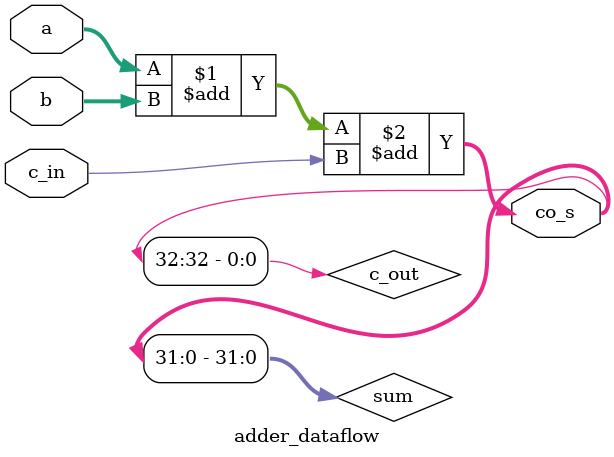
<source format=v>
module adder_dataflow(co_s, a,b,c_in);
    parameter width=32;
    output wire[width:0] co_s;
    wire[width-1:0] sum;
    wire c_out;
    input wire[width-1:0] a,b;
    input c_in;

    assign {c_out,sum} = a + b + c_in;
    assign co_s = {c_out,sum};
endmodule
</source>
